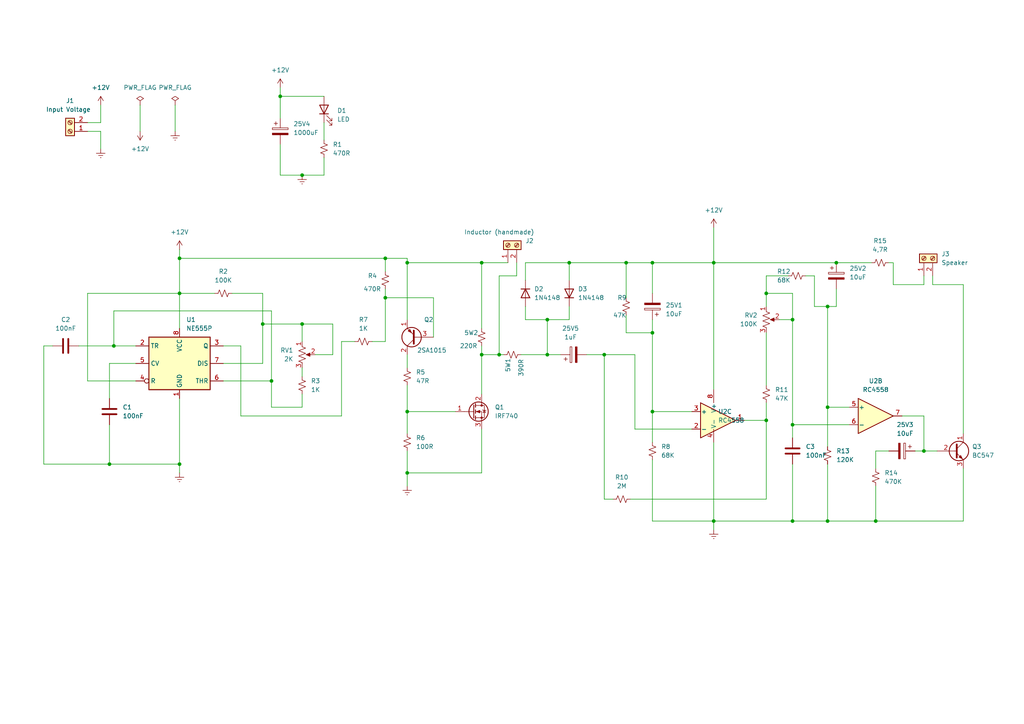
<source format=kicad_sch>
(kicad_sch (version 20230121) (generator eeschema)
  (paper "A4")
  (title_block (title "Metal Detector Module ") (date "18.02.2023") (rev "1.0") (company "by Muxtar_Safarov") (comment 1 "We will fix the inductor by hand and this inductor will 0,4mm diameter 30 turn "))
  (lib_symbols
    (symbol "Amplifier_Operational:RC4558" (pin_names (offset 0.127))
      (property "Reference" "U" (at 0 5.08 0))
      (property "Value" "RC4558" (at 0 -5.08 0))
      (symbol "RC4558_1_1"
        (polyline (pts (xy -5.08 5.08) (xy 5.08 0) (xy -5.08 -5.08) (xy -5.08 5.08)) (stroke (width 0.254)) (fill (type background)))
        (pin output line (at 7.62 0 180) (length 2.54) (name "~") (number "1"))
        (pin input line (at -7.62 -2.54 0) (length 2.54) (name "-") (number "2"))
        (pin input line (at -7.62 2.54 0) (length 2.54) (name "+") (number "3"))
      )
      (symbol "RC4558_2_1"
        (polyline (pts (xy -5.08 5.08) (xy 5.08 0) (xy -5.08 -5.08) (xy -5.08 5.08)) (stroke (width 0.254)) (fill (type background)))
        (pin input line (at -7.62 2.54 0) (length 2.54) (name "+") (number "5"))
        (pin input line (at -7.62 -2.54 0) (length 2.54) (name "-") (number "6"))
        (pin output line (at 7.62 0 180) (length 2.54) (name "~") (number "7"))
      )
      (symbol "RC4558_3_1"
        (pin power_in line (at -2.54 -7.62 90) (length 3.81) (name "V-") (number "4"))
        (pin power_in line (at -2.54 7.62 270) (length 3.81) (name "V+") (number "8"))
      )
    )
    (symbol "Connector:Screw_Terminal_01x02" (pin_names (offset 1.016) hide)
      (property "Reference" "J" (at 0 2.54 0))
      (property "Value" "Screw_Terminal_01x02" (at 0 -5.08 0))
      (symbol "Screw_Terminal_01x02_1_1"
        (rectangle (start -1.27 1.27) (end 1.27 -3.81) (stroke (width 0.254)) (fill (type background)))
        (circle (center 0 -2.54) (radius 0.635) (stroke (width 0.1524)))
        (polyline (pts (xy -0.5334 -2.2098) (xy 0.3302 -3.048)) (stroke (width 0.1524)))
        (polyline (pts (xy -0.5334 0.3302) (xy 0.3302 -0.508)) (stroke (width 0.1524)))
        (polyline (pts (xy -0.3556 -2.032) (xy 0.508 -2.8702)) (stroke (width 0.1524)))
        (polyline (pts (xy -0.3556 0.508) (xy 0.508 -0.3302)) (stroke (width 0.1524)))
        (circle (center 0 0) (radius 0.635) (stroke (width 0.1524)))
        (pin passive line (at -5.08 0 0) (length 3.81) (name "Pin_1") (number "1"))
        (pin passive line (at -5.08 -2.54 0) (length 3.81) (name "Pin_2") (number "2"))
      )
    )
    (symbol "Device:C" (pin_numbers hide) (pin_names (offset 0.254))
      (property "Reference" "C" (at 0.635 2.54 0))
      (property "Value" "C" (at 0.635 -2.54 0))
      (symbol "C_0_1"
        (polyline (pts (xy -2.032 -0.762) (xy 2.032 -0.762)) (stroke (width 0.508)))
        (polyline (pts (xy -2.032 0.762) (xy 2.032 0.762)) (stroke (width 0.508)))
      )
      (symbol "C_1_1"
        (pin passive line (at 0 3.81 270) (length 2.794) (name "~") (number "1"))
        (pin passive line (at 0 -3.81 90) (length 2.794) (name "~") (number "2"))
      )
    )
    (symbol "Device:C_Polarized" (pin_numbers hide) (pin_names (offset 0.254))
      (property "Reference" "C" (at 0.635 2.54 0))
      (property "Value" "C_Polarized" (at 0.635 -2.54 0))
      (symbol "C_Polarized_0_1"
        (rectangle (start -2.286 0.508) (end 2.286 1.016))
        (polyline (pts (xy -1.778 2.286) (xy -0.762 2.286)))
        (polyline (pts (xy -1.27 2.794) (xy -1.27 1.778)))
        (rectangle (start 2.286 -0.508) (end -2.286 -1.016) (fill (type outline)))
      )
      (symbol "C_Polarized_1_1"
        (pin passive line (at 0 3.81 270) (length 2.794) (name "~") (number "1"))
        (pin passive line (at 0 -3.81 90) (length 2.794) (name "~") (number "2"))
      )
    )
    (symbol "Device:LED" (pin_numbers hide) (pin_names (offset 1.016) hide)
      (property "Reference" "D" (at 0 2.54 0))
      (property "Value" "LED" (at 0 -2.54 0))
      (symbol "LED_0_1"
        (polyline (pts (xy -1.27 -1.27) (xy -1.27 1.27)) (stroke (width 0.254)))
        (polyline (pts (xy -1.27 0) (xy 1.27 0)))
        (polyline (pts (xy 1.27 -1.27) (xy 1.27 1.27) (xy -1.27 0) (xy 1.27 -1.27)) (stroke (width 0.254)))
        (polyline (pts (xy -3.048 -0.762) (xy -4.572 -2.286) (xy -3.81 -2.286) (xy -4.572 -2.286) (xy -4.572 -1.524)))
        (polyline (pts (xy -1.778 -0.762) (xy -3.302 -2.286) (xy -2.54 -2.286) (xy -3.302 -2.286) (xy -3.302 -1.524)))
      )
      (symbol "LED_1_1"
        (pin passive line (at -3.81 0 0) (length 2.54) (name "K") (number "1"))
        (pin passive line (at 3.81 0 180) (length 2.54) (name "A") (number "2"))
      )
    )
    (symbol "Device:R_Potentiometer_US" (pin_names (offset 1.016) hide)
      (property "Reference" "RV" (at -4.445 0 90))
      (property "Value" "R_Potentiometer_US" (at -2.54 0 90))
      (symbol "R_Potentiometer_US_0_1"
        (polyline (pts (xy 0 -2.286) (xy 0 -2.54)))
        (polyline (pts (xy 0 2.54) (xy 0 2.286)))
        (polyline (pts (xy 2.54 0) (xy 1.524 0)))
        (polyline (pts (xy 1.143 0) (xy 2.286 0.508) (xy 2.286 -0.508) (xy 1.143 0)) (fill (type outline)))
        (polyline (pts (xy 0 -0.762) (xy 1.016 -1.143) (xy 0 -1.524) (xy -1.016 -1.905) (xy 0 -2.286)))
        (polyline (pts (xy 0 0.762) (xy 1.016 0.381) (xy 0 0) (xy -1.016 -0.381) (xy 0 -0.762)))
        (polyline (pts (xy 0 2.286) (xy 1.016 1.905) (xy 0 1.524) (xy -1.016 1.143) (xy 0 0.762)))
      )
      (symbol "R_Potentiometer_US_1_1"
        (pin passive line (at 0 3.81 270) (length 1.27) (name "1") (number "1"))
        (pin passive line (at 3.81 0 180) (length 1.27) (name "2") (number "2"))
        (pin passive line (at 0 -3.81 90) (length 1.27) (name "3") (number "3"))
      )
    )
    (symbol "Device:R_Small_US" (pin_numbers hide) (pin_names (offset 0.254) hide)
      (property "Reference" "R" (at 0.762 0.508 0))
      (property "Value" "R_Small_US" (at 0.762 -1.016 0))
      (symbol "R_Small_US_1_1"
        (polyline (pts (xy 0 0) (xy 1.016 -0.381) (xy 0 -0.762) (xy -1.016 -1.143) (xy 0 -1.524)))
        (polyline (pts (xy 0 1.524) (xy 1.016 1.143) (xy 0 0.762) (xy -1.016 0.381) (xy 0 0)))
        (pin passive line (at 0 2.54 270) (length 1.016) (name "~") (number "1"))
        (pin passive line (at 0 -2.54 90) (length 1.016) (name "~") (number "2"))
      )
    )
    (symbol "Diode:1N4148" (pin_numbers hide) (pin_names hide)
      (property "Reference" "D" (at 0 2.54 0))
      (property "Value" "1N4148" (at 0 -2.54 0))
      (symbol "1N4148_0_1"
        (polyline (pts (xy -1.27 1.27) (xy -1.27 -1.27)) (stroke (width 0.254)))
        (polyline (pts (xy 1.27 0) (xy -1.27 0)))
        (polyline (pts (xy 1.27 1.27) (xy 1.27 -1.27) (xy -1.27 0) (xy 1.27 1.27)) (stroke (width 0.254)))
      )
      (symbol "1N4148_1_1"
        (pin passive line (at -3.81 0 0) (length 2.54) (name "K") (number "1"))
        (pin passive line (at 3.81 0 180) (length 2.54) (name "A") (number "2"))
      )
    )
    (symbol "Timer:NE555P"
      (property "Reference" "U" (at -10.16 8.89 0))
      (property "Value" "NE555P" (at 2.54 8.89 0))
      (symbol "NE555P_0_0"
        (pin power_in line (at 0 -10.16 90) (length 2.54) (name "GND") (number "1"))
        (pin power_in line (at 0 10.16 270) (length 2.54) (name "VCC") (number "8"))
      )
      (symbol "NE555P_0_1"
        (rectangle (start -8.89 -7.62) (end 8.89 7.62) (stroke (width 0.254)) (fill (type background)))
        (rectangle (start -8.89 -7.62) (end 8.89 7.62) (stroke (width 0.254)) (fill (type background)))
      )
      (symbol "NE555P_1_1"
        (pin input line (at -12.7 5.08 0) (length 3.81) (name "TR") (number "2"))
        (pin output line (at 12.7 5.08 180) (length 3.81) (name "Q") (number "3"))
        (pin input inverted (at -12.7 -5.08 0) (length 3.81) (name "R") (number "4"))
        (pin input line (at -12.7 0 0) (length 3.81) (name "CV") (number "5"))
        (pin input line (at 12.7 -5.08 180) (length 3.81) (name "THR") (number "6"))
        (pin input line (at 12.7 0 180) (length 3.81) (name "DIS") (number "7"))
      )
    )
    (symbol "Transistor_BJT:2SA1015" (pin_names (offset 0) hide)
      (property "Reference" "Q" (at 5.08 1.905 0))
      (property "Value" "2SA1015" (at 5.08 0 0))
      (symbol "2SA1015_0_1"
        (polyline (pts (xy 0 0) (xy 0.635 0)))
        (polyline (pts (xy 2.54 -2.54) (xy 0.635 -0.635)))
        (polyline (pts (xy 2.54 2.54) (xy 0.635 0.635)))
        (polyline (pts (xy 0.635 1.905) (xy 0.635 -1.905) (xy 0.635 -1.905)) (stroke (width 0.508)) (fill (type outline)))
        (polyline (pts (xy 1.778 -2.286) (xy 2.286 -1.778) (xy 1.27 -1.27) (xy 1.778 -2.286) (xy 1.778 -2.286)) (fill (type outline)))
        (circle (center 1.27 0) (radius 2.8194) (stroke (width 0.254)))
      )
      (symbol "2SA1015_1_1"
        (pin passive line (at 2.54 -5.08 90) (length 2.54) (name "E") (number "1"))
        (pin passive line (at 2.54 5.08 270) (length 2.54) (name "C") (number "2"))
        (pin input line (at -5.08 0 0) (length 5.08) (name "B") (number "3"))
      )
    )
    (symbol "Transistor_BJT:BC547" (pin_names (offset 0) hide)
      (property "Reference" "Q" (at 5.08 1.905 0))
      (property "Value" "BC547" (at 5.08 0 0))
      (symbol "BC547_0_1"
        (polyline (pts (xy 0 0) (xy 0.635 0)))
        (polyline (pts (xy 0.635 0.635) (xy 2.54 2.54)))
        (polyline (pts (xy 0.635 -0.635) (xy 2.54 -2.54) (xy 2.54 -2.54)))
        (polyline (pts (xy 0.635 1.905) (xy 0.635 -1.905) (xy 0.635 -1.905)) (stroke (width 0.508)))
        (polyline (pts (xy 1.27 -1.778) (xy 1.778 -1.27) (xy 2.286 -2.286) (xy 1.27 -1.778) (xy 1.27 -1.778)) (fill (type outline)))
        (circle (center 1.27 0) (radius 2.8194) (stroke (width 0.254)))
      )
      (symbol "BC547_1_1"
        (pin passive line (at 2.54 5.08 270) (length 2.54) (name "C") (number "1"))
        (pin input line (at -5.08 0 0) (length 5.08) (name "B") (number "2"))
        (pin passive line (at 2.54 -5.08 90) (length 2.54) (name "E") (number "3"))
      )
    )
    (symbol "Transistor_FET:IRF740" (pin_names hide)
      (property "Reference" "Q" (at 6.35 1.905 0))
      (property "Value" "IRF740" (at 6.35 0 0))
      (symbol "IRF740_0_1"
        (polyline (pts (xy 0.254 0) (xy -2.54 0)))
        (polyline (pts (xy 0.254 1.905) (xy 0.254 -1.905)) (stroke (width 0.254)))
        (polyline (pts (xy 0.762 -1.27) (xy 0.762 -2.286)) (stroke (width 0.254)))
        (polyline (pts (xy 0.762 0.508) (xy 0.762 -0.508)) (stroke (width 0.254)))
        (polyline (pts (xy 0.762 2.286) (xy 0.762 1.27)) (stroke (width 0.254)))
        (polyline (pts (xy 2.54 2.54) (xy 2.54 1.778)))
        (polyline (pts (xy 2.54 -2.54) (xy 2.54 0) (xy 0.762 0)))
        (polyline (pts (xy 0.762 -1.778) (xy 3.302 -1.778) (xy 3.302 1.778) (xy 0.762 1.778)))
        (polyline (pts (xy 1.016 0) (xy 2.032 0.381) (xy 2.032 -0.381) (xy 1.016 0)) (fill (type outline)))
        (polyline (pts (xy 2.794 0.508) (xy 2.921 0.381) (xy 3.683 0.381) (xy 3.81 0.254)))
        (polyline (pts (xy 3.302 0.381) (xy 2.921 -0.254) (xy 3.683 -0.254) (xy 3.302 0.381)))
        (circle (center 1.651 0) (radius 2.794) (stroke (width 0.254)))
        (circle (center 2.54 -1.778) (radius 0.254) (fill (type outline)))
        (circle (center 2.54 1.778) (radius 0.254) (fill (type outline)))
      )
      (symbol "IRF740_1_1"
        (pin input line (at -5.08 0 0) (length 2.54) (name "G") (number "1"))
        (pin passive line (at 2.54 5.08 270) (length 2.54) (name "D") (number "2"))
        (pin passive line (at 2.54 -5.08 90) (length 2.54) (name "S") (number "3"))
      )
    )
    (symbol "power:+12V" (power) (pin_names (offset 0))
      (property "Value" "+12V" (at 0 3.556 0))
      (symbol "+12V_0_1"
        (polyline (pts (xy -0.762 1.27) (xy 0 2.54)))
        (polyline (pts (xy 0 0) (xy 0 2.54)))
        (polyline (pts (xy 0 2.54) (xy 0.762 1.27)))
      )
      (symbol "+12V_1_1"
        (pin power_in line (at 0 0 90) (length 0) hide (name "+12V") (number "1"))
      )
    )
    (symbol "power:Earth" (power) (pin_names (offset 0))
      (symbol "Earth_0_1"
        (polyline (pts (xy -0.635 -1.905) (xy 0.635 -1.905)))
        (polyline (pts (xy -0.127 -2.54) (xy 0.127 -2.54)))
        (polyline (pts (xy 0 -1.27) (xy 0 0)))
        (polyline (pts (xy 1.27 -1.27) (xy -1.27 -1.27)))
      )
      (symbol "Earth_1_1"
        (pin power_in line (at 0 0 270) (length 0) hide (name "Earth") (number "1"))
      )
    )
    (symbol "power:PWR_FLAG" (power) (pin_numbers hide) (pin_names (offset 0) hide)
      (property "Value" "PWR_FLAG" (at 0 3.81 0))
      (symbol "PWR_FLAG_0_0"
        (pin power_out line (at 0 0 90) (length 0) (name "pwr") (number "1"))
      )
      (symbol "PWR_FLAG_0_1"
        (polyline (pts (xy 0 0) (xy 0 1.27) (xy -1.016 1.905) (xy 0 2.54) (xy 1.016 1.905) (xy 0 1.27)))
      )
    )
  )
  (junction (at 31.75 134.62))
  (junction (at 33.02 100.33))
  (junction (at 139.7 76.2))
  (junction (at 222.25 121.92))
  (junction (at 158.75 92.71))
  (junction (at 267.97 130.81))
  (junction (at 52.07 85.09))
  (junction (at 240.03 151.13))
  (junction (at 189.23 119.38))
  (junction (at 87.63 93.98))
  (junction (at 240.03 88.9))
  (junction (at 207.01 151.13))
  (junction (at 111.76 74.93))
  (junction (at 78.74 110.49))
  (junction (at 254 151.13))
  (junction (at 181.61 76.2))
  (junction (at 52.07 134.62))
  (junction (at 87.63 50.8))
  (junction (at 158.75 102.87))
  (junction (at 52.07 74.93))
  (junction (at 118.11 76.2))
  (junction (at 81.28 27.94))
  (junction (at 118.11 119.38))
  (junction (at 240.03 118.11))
  (junction (at 118.11 137.16))
  (junction (at 189.23 96.52))
  (junction (at 76.2 93.98))
  (junction (at 229.87 151.13))
  (junction (at 229.87 123.19))
  (junction (at 189.23 76.2))
  (junction (at 207.01 76.2))
  (junction (at 175.26 102.87))
  (junction (at 111.76 86.36))
  (junction (at 222.25 85.09))
  (junction (at 242.57 76.2))
  (junction (at 165.1 76.2))
  (junction (at 144.78 102.87))
  (junction (at 139.7 102.87))
  (junction (at 229.87 92.71))
  (wire (pts (xy 207.01 113.03) (xy 207.01 76.2)))
  (wire (pts (xy 139.7 76.2) (xy 118.11 76.2)))
  (wire (pts (xy 81.28 50.8) (xy 87.63 50.8)))
  (wire (pts (xy 31.75 105.41) (xy 31.75 115.57)))
  (wire (pts (xy 81.28 27.94) (xy 81.28 34.29)))
  (wire (pts (xy 125.73 86.36) (xy 111.76 86.36)))
  (wire (pts (xy 39.37 105.41) (xy 31.75 105.41)))
  (wire (pts (xy 222.25 96.52) (xy 222.25 111.76)))
  (wire (pts (xy 229.87 85.09) (xy 222.25 85.09)))
  (wire (pts (xy 111.76 74.93) (xy 111.76 78.74)))
  (wire (pts (xy 144.78 102.87) (xy 146.05 102.87)))
  (wire (pts (xy 25.4 38.1) (xy 29.21 38.1)))
  (wire (pts (xy 139.7 102.87) (xy 144.78 102.87)))
  (wire (pts (xy 189.23 96.52) (xy 189.23 119.38)))
  (wire (pts (xy 240.03 118.11) (xy 240.03 88.9)))
  (wire (pts (xy 181.61 76.2) (xy 181.61 86.36)))
  (wire (pts (xy 149.86 80.01) (xy 144.78 80.01)))
  (wire (pts (xy 207.01 128.27) (xy 207.01 151.13)))
  (wire (pts (xy 118.11 102.87) (xy 118.11 106.68)))
  (wire (pts (xy 177.8 144.78) (xy 175.26 144.78)))
  (wire (pts (xy 158.75 92.71) (xy 165.1 92.71)))
  (wire (pts (xy 111.76 99.06) (xy 111.76 86.36)))
  (wire (pts (xy 96.52 102.87) (xy 96.52 93.98)))
  (wire (pts (xy 78.74 90.17) (xy 78.74 110.49)))
  (wire (pts (xy 222.25 85.09) (xy 222.25 88.9)))
  (wire (pts (xy 207.01 66.04) (xy 207.01 76.2)))
  (wire (pts (xy 236.22 88.9) (xy 240.03 88.9)))
  (wire (pts (xy 52.07 85.09) (xy 52.07 95.25)))
  (wire (pts (xy 165.1 81.28) (xy 165.1 76.2)))
  (wire (pts (xy 111.76 74.93) (xy 52.07 74.93)))
  (wire (pts (xy 267.97 120.65) (xy 267.97 130.81)))
  (wire (pts (xy 144.78 80.01) (xy 144.78 102.87)))
  (wire (pts (xy 267.97 80.01) (xy 267.97 82.55)))
  (wire (pts (xy 52.07 74.93) (xy 52.07 85.09)))
  (wire (pts (xy 118.11 111.76) (xy 118.11 119.38)))
  (wire (pts (xy 39.37 110.49) (xy 25.4 110.49)))
  (wire (pts (xy 200.66 124.46) (xy 184.15 124.46)))
  (wire (pts (xy 189.23 76.2) (xy 181.61 76.2)))
  (wire (pts (xy 99.06 120.65) (xy 69.85 120.65)))
  (wire (pts (xy 181.61 76.2) (xy 165.1 76.2)))
  (wire (pts (xy 33.02 90.17) (xy 78.74 90.17)))
  (wire (pts (xy 12.7 100.33) (xy 12.7 134.62)))
  (wire (pts (xy 33.02 100.33) (xy 33.02 90.17)))
  (wire (pts (xy 93.98 35.56) (xy 93.98 40.64)))
  (wire (pts (xy 236.22 80.01) (xy 236.22 88.9)))
  (wire (pts (xy 200.66 119.38) (xy 189.23 119.38)))
  (wire (pts (xy 240.03 118.11) (xy 240.03 129.54)))
  (wire (pts (xy 240.03 151.13) (xy 229.87 151.13)))
  (wire (pts (xy 87.63 106.68) (xy 87.63 109.22)))
  (wire (pts (xy 165.1 92.71) (xy 165.1 88.9)))
  (wire (pts (xy 149.86 76.2) (xy 149.86 80.01)))
  (wire (pts (xy 158.75 102.87) (xy 158.75 92.71)))
  (wire (pts (xy 222.25 116.84) (xy 222.25 121.92)))
  (wire (pts (xy 229.87 123.19) (xy 229.87 127)))
  (wire (pts (xy 81.28 25.4) (xy 81.28 27.94)))
  (wire (pts (xy 152.4 76.2) (xy 165.1 76.2)))
  (wire (pts (xy 87.63 99.06) (xy 87.63 93.98)))
  (wire (pts (xy 99.06 99.06) (xy 99.06 120.65)))
  (wire (pts (xy 267.97 130.81) (xy 265.43 130.81)))
  (wire (pts (xy 76.2 93.98) (xy 76.2 105.41)))
  (wire (pts (xy 152.4 92.71) (xy 158.75 92.71)))
  (wire (pts (xy 254 140.97) (xy 254 151.13)))
  (wire (pts (xy 67.31 85.09) (xy 76.2 85.09)))
  (wire (pts (xy 118.11 92.71) (xy 118.11 76.2)))
  (wire (pts (xy 189.23 133.35) (xy 189.23 151.13)))
  (wire (pts (xy 181.61 96.52) (xy 189.23 96.52)))
  (wire (pts (xy 189.23 119.38) (xy 189.23 128.27)))
  (wire (pts (xy 242.57 88.9) (xy 242.57 83.82)))
  (wire (pts (xy 69.85 120.65) (xy 69.85 100.33)))
  (wire (pts (xy 242.57 76.2) (xy 252.73 76.2)))
  (wire (pts (xy 152.4 81.28) (xy 152.4 76.2)))
  (wire (pts (xy 151.13 102.87) (xy 158.75 102.87)))
  (wire (pts (xy 233.68 80.01) (xy 236.22 80.01)))
  (wire (pts (xy 229.87 92.71) (xy 229.87 85.09)))
  (wire (pts (xy 25.4 110.49) (xy 25.4 85.09)))
  (wire (pts (xy 81.28 41.91) (xy 81.28 50.8)))
  (wire (pts (xy 78.74 118.11) (xy 78.74 110.49)))
  (wire (pts (xy 254 151.13) (xy 240.03 151.13)))
  (wire (pts (xy 87.63 118.11) (xy 78.74 118.11)))
  (wire (pts (xy 29.21 30.48) (xy 29.21 35.56)))
  (wire (pts (xy 175.26 102.87) (xy 184.15 102.87)))
  (wire (pts (xy 158.75 102.87) (xy 162.56 102.87)))
  (wire (pts (xy 40.64 30.48) (xy 40.64 38.1)))
  (wire (pts (xy 279.4 82.55) (xy 279.4 125.73)))
  (wire (pts (xy 240.03 88.9) (xy 242.57 88.9)))
  (wire (pts (xy 52.07 115.57) (xy 52.07 134.62)))
  (wire (pts (xy 52.07 85.09) (xy 62.23 85.09)))
  (wire (pts (xy 107.95 99.06) (xy 111.76 99.06)))
  (wire (pts (xy 118.11 74.93) (xy 111.76 74.93)))
  (wire (pts (xy 229.87 134.62) (xy 229.87 151.13)))
  (wire (pts (xy 111.76 83.82) (xy 111.76 86.36)))
  (wire (pts (xy 93.98 50.8) (xy 87.63 50.8)))
  (wire (pts (xy 189.23 151.13) (xy 207.01 151.13)))
  (wire (pts (xy 52.07 72.39) (xy 52.07 74.93)))
  (wire (pts (xy 222.25 121.92) (xy 215.9 121.92)))
  (wire (pts (xy 279.4 151.13) (xy 254 151.13)))
  (wire (pts (xy 91.44 102.87) (xy 96.52 102.87)))
  (wire (pts (xy 226.06 92.71) (xy 229.87 92.71)))
  (wire (pts (xy 118.11 130.81) (xy 118.11 137.16)))
  (wire (pts (xy 96.52 93.98) (xy 87.63 93.98)))
  (wire (pts (xy 189.23 85.09) (xy 189.23 76.2)))
  (wire (pts (xy 175.26 144.78) (xy 175.26 102.87)))
  (wire (pts (xy 207.01 76.2) (xy 189.23 76.2)))
  (wire (pts (xy 189.23 92.71) (xy 189.23 96.52)))
  (wire (pts (xy 29.21 38.1) (xy 29.21 43.18)))
  (wire (pts (xy 12.7 134.62) (xy 31.75 134.62)))
  (wire (pts (xy 182.88 144.78) (xy 222.25 144.78)))
  (wire (pts (xy 152.4 88.9) (xy 152.4 92.71)))
  (wire (pts (xy 29.21 35.56) (xy 25.4 35.56)))
  (wire (pts (xy 118.11 76.2) (xy 118.11 74.93)))
  (wire (pts (xy 184.15 124.46) (xy 184.15 102.87)))
  (wire (pts (xy 207.01 153.67) (xy 207.01 151.13)))
  (wire (pts (xy 12.7 100.33) (xy 15.24 100.33)))
  (wire (pts (xy 139.7 137.16) (xy 118.11 137.16)))
  (wire (pts (xy 254 130.81) (xy 254 135.89)))
  (wire (pts (xy 31.75 123.19) (xy 31.75 134.62)))
  (wire (pts (xy 270.51 80.01) (xy 270.51 82.55)))
  (wire (pts (xy 50.8 30.48) (xy 50.8 38.1)))
  (wire (pts (xy 76.2 85.09) (xy 76.2 93.98)))
  (wire (pts (xy 170.18 102.87) (xy 175.26 102.87)))
  (wire (pts (xy 222.25 144.78) (xy 222.25 121.92)))
  (wire (pts (xy 229.87 92.71) (xy 229.87 123.19)))
  (wire (pts (xy 93.98 27.94) (xy 81.28 27.94)))
  (wire (pts (xy 132.08 119.38) (xy 118.11 119.38)))
  (wire (pts (xy 22.86 100.33) (xy 33.02 100.33)))
  (wire (pts (xy 181.61 91.44) (xy 181.61 96.52)))
  (wire (pts (xy 93.98 45.72) (xy 93.98 50.8)))
  (wire (pts (xy 139.7 95.25) (xy 139.7 76.2)))
  (wire (pts (xy 229.87 151.13) (xy 207.01 151.13)))
  (wire (pts (xy 261.62 120.65) (xy 267.97 120.65)))
  (wire (pts (xy 270.51 82.55) (xy 279.4 82.55)))
  (wire (pts (xy 259.08 82.55) (xy 259.08 76.2)))
  (wire (pts (xy 240.03 134.62) (xy 240.03 151.13)))
  (wire (pts (xy 267.97 130.81) (xy 271.78 130.81)))
  (wire (pts (xy 78.74 110.49) (xy 64.77 110.49)))
  (wire (pts (xy 118.11 119.38) (xy 118.11 125.73)))
  (wire (pts (xy 31.75 134.62) (xy 52.07 134.62)))
  (wire (pts (xy 76.2 105.41) (xy 64.77 105.41)))
  (wire (pts (xy 39.37 100.33) (xy 33.02 100.33)))
  (wire (pts (xy 139.7 102.87) (xy 139.7 114.3)))
  (wire (pts (xy 229.87 123.19) (xy 246.38 123.19)))
  (wire (pts (xy 87.63 93.98) (xy 76.2 93.98)))
  (wire (pts (xy 125.73 97.79) (xy 125.73 86.36)))
  (wire (pts (xy 139.7 124.46) (xy 139.7 137.16)))
  (wire (pts (xy 25.4 85.09) (xy 52.07 85.09)))
  (wire (pts (xy 267.97 82.55) (xy 259.08 82.55)))
  (wire (pts (xy 228.6 80.01) (xy 222.25 80.01)))
  (wire (pts (xy 279.4 135.89) (xy 279.4 151.13)))
  (wire (pts (xy 52.07 137.16) (xy 52.07 134.62)))
  (wire (pts (xy 222.25 80.01) (xy 222.25 85.09)))
  (wire (pts (xy 246.38 118.11) (xy 240.03 118.11)))
  (wire (pts (xy 118.11 137.16) (xy 118.11 140.97)))
  (wire (pts (xy 102.87 99.06) (xy 99.06 99.06)))
  (wire (pts (xy 207.01 76.2) (xy 242.57 76.2)))
  (wire (pts (xy 139.7 76.2) (xy 147.32 76.2)))
  (wire (pts (xy 139.7 100.33) (xy 139.7 102.87)))
  (wire (pts (xy 259.08 76.2) (xy 257.81 76.2)))
  (wire (pts (xy 69.85 100.33) (xy 64.77 100.33)))
  (wire (pts (xy 87.63 114.3) (xy 87.63 118.11)))
  (wire (pts (xy 257.81 130.81) (xy 254 130.81)))
  (symbol (lib_id "power:Earth") (at 207.01 153.67 0) (unit 1)
    (property "Reference" "#PWR010" (effects hide))
    (property "Value" "Earth" (effects hide))
  )
  (symbol (lib_id "Device:C_Polarized") (at 166.37 102.87 90) (unit 1)
    (property "Reference" "25V5" (at 165.481 95.25 90))
    (property "Value" "1uF" (at 165.481 97.79 90))
    (property "Footprint" "Capacitor_THT:CP_Radial_D10.0mm_P7.50mm" (effects hide))
  )
  (symbol (lib_id "Device:R_Small_US") (at 111.76 81.28 180) (unit 1)
    (property "Reference" "R4" (at 106.68 80.01 0) (effects (justify right)))
    (property "Value" "470R" (at 105.41 83.82 0) (effects (justify right)))
    (property "Footprint" "Resistor_THT:R_Axial_DIN0207_L6.3mm_D2.5mm_P15.24mm_Horizontal" (effects hide))
  )
  (symbol (lib_id "Device:R_Small_US") (at 240.03 132.08 180) (unit 1)
    (property "Reference" "R13" (at 242.57 130.81 0) (effects (justify right)))
    (property "Value" "120K" (at 242.57 133.35 0) (effects (justify right)))
    (property "Footprint" "Resistor_THT:R_Axial_DIN0207_L6.3mm_D2.5mm_P15.24mm_Horizontal" (effects hide))
  )
  (symbol (lib_id "Transistor_BJT:BC547") (at 276.86 130.81 0) (unit 1)
    (property "Reference" "Q3" (at 281.94 129.54 0) (effects (justify left)))
    (property "Value" "BC547" (at 281.94 132.08 0) (effects (justify left)))
    (property "Footprint" "Package_TO_SOT_THT:TO-92_Inline" (effects hide))
    (property "Datasheet" "https://www.onsemi.com/pub/Collateral/BC550-D.pdf" (effects hide))
  )
  (symbol (lib_id "Device:C") (at 31.75 119.38 0) (unit 1)
    (property "Reference" "C1" (at 35.56 118.11 0) (effects (justify left)))
    (property "Value" "100nF" (at 35.56 120.65 0) (effects (justify left)))
    (property "Footprint" "Capacitor_THT:C_Disc_D7.5mm_W5.0mm_P7.50mm" (effects hide))
  )
  (symbol (lib_id "Device:R_Small_US") (at 105.41 99.06 90) (unit 1)
    (property "Reference" "R7" (at 105.41 92.71 90))
    (property "Value" "1K" (at 105.41 95.25 90))
    (property "Footprint" "Resistor_THT:R_Axial_DIN0207_L6.3mm_D2.5mm_P15.24mm_Horizontal" (effects hide))
  )
  (symbol (lib_id "Device:R_Small_US") (at 87.63 111.76 0) (unit 1)
    (property "Reference" "R3" (at 90.17 110.49 0) (effects (justify left)))
    (property "Value" "1K" (at 90.17 113.03 0) (effects (justify left)))
    (property "Footprint" "Resistor_THT:R_Axial_DIN0207_L6.3mm_D2.5mm_P15.24mm_Horizontal" (effects hide))
  )
  (symbol (lib_id "power:+12V") (at 81.28 25.4 0) (unit 1)
    (property "Reference" "#PWR07" (effects hide))
    (property "Value" "+12V" (at 81.28 20.32 0))
  )
  (symbol (lib_id "power:Earth") (at 50.8 38.1 0) (unit 1)
    (property "Reference" "#PWR04" (effects hide))
    (property "Value" "Earth" (effects hide))
  )
  (symbol (lib_id "power:+12V") (at 207.01 66.04 0) (unit 1)
    (property "Reference" "#PWR011" (effects hide))
    (property "Value" "+12V" (at 207.01 60.96 0))
  )
  (symbol (lib_id "Device:R_Small_US") (at 148.59 102.87 270) (unit 1)
    (property "Reference" "5W1" (at 147.32 107.95 0) (effects (justify right)))
    (property "Value" "390R" (at 151.13 109.22 0) (effects (justify right)))
    (property "Footprint" "Resistor_THT:R_Axial_Power_L20.0mm_W6.4mm_P25.40mm" (effects hide))
  )
  (symbol (lib_id "Device:R_Small_US") (at 93.98 43.18 180) (unit 1)
    (property "Reference" "R1" (at 96.52 41.91 0) (effects (justify right)))
    (property "Value" "470R" (at 96.52 44.45 0) (effects (justify right)))
    (property "Footprint" "Resistor_THT:R_Axial_DIN0207_L6.3mm_D2.5mm_P15.24mm_Horizontal" (effects hide))
  )
  (symbol (lib_id "Device:R_Potentiometer_US") (at 222.25 92.71 0) (unit 1)
    (property "Reference" "RV2" (at 219.71 91.44 0) (effects (justify right)))
    (property "Value" "100K" (at 219.71 93.98 0) (effects (justify right)))
    (property "Footprint" "Potentiometer_THT:Potentiometer_Vishay_148-149_Single_Horizontal" (effects hide))
  )
  (symbol (lib_id "Device:R_Small_US") (at 64.77 85.09 90) (unit 1)
    (property "Reference" "R2" (at 64.77 78.74 90))
    (property "Value" "100K" (at 64.77 81.28 90))
    (property "Footprint" "Resistor_THT:R_Axial_DIN0207_L6.3mm_D2.5mm_P15.24mm_Horizontal" (effects hide))
  )
  (symbol (lib_id "Device:C_Polarized") (at 189.23 88.9 180) (unit 1)
    (property "Reference" "25V1" (at 193.04 88.519 0) (effects (justify right)))
    (property "Value" "10uF" (at 193.04 91.059 0) (effects (justify right)))
    (property "Footprint" "Capacitor_THT:CP_Radial_D16.0mm_P7.50mm" (effects hide))
  )
  (symbol (lib_id "Connector:Screw_Terminal_01x02") (at 147.32 71.12 90) (unit 1)
    (property "Reference" "J2" (at 152.4 69.85 90) (effects (justify right)))
    (property "Value" "Inductor (handmade)" (at 134.62 67.31 90) (effects (justify right)))
    (property "Footprint" "TerminalBlock:TerminalBlock_bornier-2_P5.08mm" (effects hide))
  )
  (symbol (lib_id "Diode:1N4148") (at 165.1 85.09 90) (unit 1)
    (property "Reference" "D3" (at 167.64 83.82 90) (effects (justify right)))
    (property "Value" "1N4148" (at 167.64 86.36 90) (effects (justify right)))
    (property "Footprint" "Diode_THT:D_DO-35_SOD27_P7.62mm_Horizontal" (effects hide))
    (property "Datasheet" "https://assets.nexperia.com/documents/data-sheet/1N4148_1N4448.pdf" (effects hide))
    (property "Sim.Device" "D" (effects hide))
    (property "Sim.Pins" "1=K 2=A" (effects hide))
  )
  (symbol (lib_id "Device:R_Small_US") (at 139.7 97.79 180) (unit 1)
    (property "Reference" "5W2" (at 134.62 96.52 0) (effects (justify right)))
    (property "Value" "220R" (at 133.35 100.33 0) (effects (justify right)))
    (property "Footprint" "Resistor_THT:R_Axial_Power_L20.0mm_W6.4mm_P25.40mm" (effects hide))
  )
  (symbol (lib_id "Diode:1N4148") (at 152.4 85.09 270) (unit 1)
    (property "Reference" "D2" (at 154.94 83.82 90) (effects (justify left)))
    (property "Value" "1N4148" (at 154.94 86.36 90) (effects (justify left)))
    (property "Footprint" "Diode_THT:D_DO-35_SOD27_P7.62mm_Horizontal" (effects hide))
    (property "Datasheet" "https://assets.nexperia.com/documents/data-sheet/1N4148_1N4448.pdf" (effects hide))
    (property "Sim.Device" "D" (effects hide))
    (property "Sim.Pins" "1=K 2=A" (effects hide))
  )
  (symbol (lib_id "power:Earth") (at 118.11 140.97 0) (unit 1)
    (property "Reference" "#PWR09" (effects hide))
    (property "Value" "Earth" (effects hide))
  )
  (symbol (lib_id "Device:C_Polarized") (at 242.57 80.01 0) (unit 1)
    (property "Reference" "25V2" (at 246.38 77.851 0) (effects (justify left)))
    (property "Value" "10uF" (at 246.38 80.391 0) (effects (justify left)))
    (property "Footprint" "Capacitor_THT:CP_Radial_D16.0mm_P7.50mm" (effects hide))
  )
  (symbol (lib_id "Transistor_FET:IRF740") (at 137.16 119.38 0) (unit 1)
    (property "Reference" "Q1" (at 143.51 118.11 0) (effects (justify left)))
    (property "Value" "IRF740" (at 143.51 120.65 0) (effects (justify left)))
    (property "Footprint" "Package_TO_SOT_THT:TO-220-3_Vertical" (effects hide))
    (property "Datasheet" "http://www.vishay.com/docs/91054/91054.pdf" (effects hide))
  )
  (symbol (lib_id "Device:C") (at 19.05 100.33 90) (unit 1)
    (property "Reference" "C2" (at 19.05 92.71 90))
    (property "Value" "100nF" (at 19.05 95.25 90))
    (property "Footprint" "Capacitor_THT:C_Disc_D7.5mm_W5.0mm_P7.50mm" (effects hide))
  )
  (symbol (lib_id "Connector:Screw_Terminal_01x02") (at 267.97 74.93 90) (unit 1)
    (property "Reference" "J3" (at 273.05 73.66 90) (effects (justify right)))
    (property "Value" "Speaker" (at 273.05 76.2 90) (effects (justify right)))
    (property "Footprint" "TerminalBlock:TerminalBlock_bornier-2_P5.08mm" (effects hide))
  )
  (symbol (lib_id "Device:C_Polarized") (at 261.62 130.81 270) (unit 1)
    (property "Reference" "25V3" (at 262.509 123.19 90))
    (property "Value" "10uF" (at 262.509 125.73 90))
    (property "Footprint" "Capacitor_THT:CP_Radial_D16.0mm_P7.50mm" (effects hide))
  )
  (symbol (lib_id "power:Earth") (at 29.21 43.18 0) (unit 1)
    (property "Reference" "#PWR02" (effects hide))
    (property "Value" "Earth" (effects hide))
  )
  (symbol (lib_id "power:Earth") (at 87.63 50.8 0) (unit 1)
    (property "Reference" "#PWR08" (effects hide))
    (property "Value" "Earth" (effects hide))
  )
  (symbol (lib_id "Amplifier_Operational:RC4558") (at 209.55 120.65 0) (unit 3)
    (property "Reference" "U2" (at 208.28 119.38 0) (effects (justify left)))
    (property "Value" "RC4558" (at 208.28 121.92 0) (effects (justify left)))
    (property "Footprint" "Package_DIP:DIP-8_W7.62mm" (effects hide))
    (property "Datasheet" "http://www.ti.com/lit/ds/symlink/rc4558.pdf" (effects hide))
  )
  (symbol (lib_id "Device:R_Small_US") (at 180.34 144.78 270) (unit 1)
    (property "Reference" "R10" (at 180.34 138.43 90))
    (property "Value" "2M" (at 180.34 140.97 90))
    (property "Footprint" "Resistor_THT:R_Axial_DIN0207_L6.3mm_D2.5mm_P15.24mm_Horizontal" (effects hide))
  )
  (symbol (lib_id "Timer:NE555P") (at 52.07 105.41 0) (unit 1)
    (property "Reference" "U1" (at 54.0259 92.71 0) (effects (justify left)))
    (property "Value" "NE555P" (at 54.0259 95.25 0) (effects (justify left)))
    (property "Footprint" "Package_DIP:DIP-8_W7.62mm" (effects hide))
    (property "Datasheet" "http://www.ti.com/lit/ds/symlink/ne555.pdf" (effects hide))
  )
  (symbol (lib_id "Connector:Screw_Terminal_01x02") (at 20.32 38.1 180) (unit 1)
    (property "Reference" "J1" (at 20.32 29.21 0))
    (property "Value" "Input Voltage " (at 20.32 31.75 0))
    (property "Footprint" "TerminalBlock:TerminalBlock_bornier-2_P5.08mm" (effects hide))
  )
  (symbol (lib_id "power:PWR_FLAG") (at 50.8 30.48 0) (unit 1)
    (property "Reference" "#FLG02" (effects hide))
    (property "Value" "PWR_FLAG" (at 50.8 25.4 0))
  )
  (symbol (lib_id "Device:R_Small_US") (at 222.25 114.3 180) (unit 1)
    (property "Reference" "R11" (at 224.79 113.03 0) (effects (justify right)))
    (property "Value" "47K" (at 224.79 115.57 0) (effects (justify right)))
    (property "Footprint" "Resistor_THT:R_Axial_DIN0207_L6.3mm_D2.5mm_P15.24mm_Horizontal" (effects hide))
  )
  (symbol (lib_id "Amplifier_Operational:RC4558") (at 254 120.65 0) (unit 2)
    (property "Reference" "U2" (at 254 110.49 0))
    (property "Value" "RC4558" (at 254 113.03 0))
    (property "Footprint" "Package_DIP:DIP-8_W7.62mm" (effects hide))
    (property "Datasheet" "http://www.ti.com/lit/ds/symlink/rc4558.pdf" (effects hide))
  )
  (symbol (lib_id "Device:C_Polarized") (at 81.28 38.1 0) (unit 1)
    (property "Reference" "25V4" (at 85.09 35.941 0) (effects (justify left)))
    (property "Value" "1000uF" (at 85.09 38.481 0) (effects (justify left)))
    (property "Footprint" "Capacitor_THT:CP_Radial_D10.0mm_P7.50mm" (effects hide))
  )
  (symbol (lib_id "power:+12V") (at 52.07 72.39 0) (unit 1)
    (property "Reference" "#PWR05" (effects hide))
    (property "Value" "+12V" (at 52.07 67.31 0))
  )
  (symbol (lib_id "power:PWR_FLAG") (at 40.64 30.48 0) (unit 1)
    (property "Reference" "#FLG01" (effects hide))
    (property "Value" "PWR_FLAG" (at 40.64 25.4 0))
  )
  (symbol (lib_id "Transistor_BJT:2SA1015") (at 120.65 97.79 180) (unit 1)
    (property "Reference" "Q2" (at 125.73 92.71 0) (effects (justify left)))
    (property "Value" "2SA1015" (at 129.54 101.6 0) (effects (justify left)))
    (property "Footprint" "Package_TO_SOT_THT:TO-92_Inline" (effects hide))
    (property "Datasheet" "http://www.datasheetcatalog.org/datasheet/toshiba/905.pdf" (effects hide))
  )
  (symbol (lib_id "Device:R_Small_US") (at 118.11 109.22 180) (unit 1)
    (property "Reference" "R5" (at 120.65 107.95 0) (effects (justify right)))
    (property "Value" "47R" (at 120.65 110.49 0) (effects (justify right)))
    (property "Footprint" "Resistor_THT:R_Axial_DIN0207_L6.3mm_D2.5mm_P15.24mm_Horizontal" (effects hide))
  )
  (symbol (lib_id "Device:LED") (at 93.98 31.75 90) (unit 1)
    (property "Reference" "D1" (at 97.79 32.0675 90) (effects (justify right)))
    (property "Value" "LED" (at 97.79 34.6075 90) (effects (justify right)))
    (property "Footprint" "LED_THT:LED_D5.0mm" (effects hide))
  )
  (symbol (lib_id "Device:R_Small_US") (at 118.11 128.27 180) (unit 1)
    (property "Reference" "R6" (at 120.65 127 0) (effects (justify right)))
    (property "Value" "100R" (at 120.65 129.54 0) (effects (justify right)))
    (property "Footprint" "Resistor_THT:R_Axial_DIN0207_L6.3mm_D2.5mm_P15.24mm_Horizontal" (effects hide))
  )
  (symbol (lib_id "Device:R_Potentiometer_US") (at 87.63 102.87 0) (unit 1)
    (property "Reference" "RV1" (at 85.09 101.6 0) (effects (justify right)))
    (property "Value" "2K" (at 85.09 104.14 0) (effects (justify right)))
    (property "Footprint" "Potentiometer_THT:Potentiometer_Vishay_148-149_Single_Horizontal" (effects hide))
  )
  (symbol (lib_id "Device:R_Small_US") (at 255.27 76.2 270) (unit 1)
    (property "Reference" "R15" (at 255.27 69.85 90))
    (property "Value" "4,7R" (at 255.27 72.39 90))
    (property "Footprint" "Resistor_THT:R_Axial_DIN0207_L6.3mm_D2.5mm_P15.24mm_Horizontal" (effects hide))
  )
  (symbol (lib_id "power:Earth") (at 52.07 137.16 0) (unit 1)
    (property "Reference" "#PWR06" (effects hide))
    (property "Value" "Earth" (effects hide))
  )
  (symbol (lib_id "Device:R_Small_US") (at 189.23 130.81 180) (unit 1)
    (property "Reference" "R8" (at 191.77 129.54 0) (effects (justify right)))
    (property "Value" "68K" (at 191.77 132.08 0) (effects (justify right)))
    (property "Footprint" "Resistor_THT:R_Axial_DIN0207_L6.3mm_D2.5mm_P15.24mm_Horizontal" (effects hide))
  )
  (symbol (lib_id "power:+12V") (at 40.64 38.1 180) (unit 1)
    (property "Reference" "#PWR03" (effects hide))
    (property "Value" "+12V" (at 40.64 43.18 0))
  )
  (symbol (lib_id "power:+12V") (at 29.21 30.48 0) (unit 1)
    (property "Reference" "#PWR01" (effects hide))
    (property "Value" "+12V" (at 29.21 25.4 0))
  )
  (symbol (lib_id "Device:R_Small_US") (at 181.61 88.9 180) (unit 1)
    (property "Reference" "R9" (at 179.07 86.36 0) (effects (justify right)))
    (property "Value" "47K" (at 177.8 91.44 0) (effects (justify right)))
    (property "Footprint" "Resistor_THT:R_Axial_DIN0207_L6.3mm_D2.5mm_P15.24mm_Horizontal" (effects hide))
  )
  (symbol (lib_id "Device:C") (at 229.87 130.81 180) (unit 1)
    (property "Reference" "C3" (at 233.68 129.54 0) (effects (justify right)))
    (property "Value" "100nF" (at 233.68 132.08 0) (effects (justify right)))
    (property "Footprint" "Capacitor_THT:C_Disc_D7.5mm_W5.0mm_P7.50mm" (effects hide))
  )
  (symbol (lib_id "Device:R_Small_US") (at 254 138.43 180) (unit 1)
    (property "Reference" "R14" (at 256.54 137.16 0) (effects (justify right)))
    (property "Value" "470K" (at 256.54 139.7 0) (effects (justify right)))
    (property "Footprint" "Resistor_THT:R_Axial_DIN0207_L6.3mm_D2.5mm_P15.24mm_Horizontal" (effects hide))
  )
  (symbol (lib_id "Amplifier_Operational:RC4558") (at 208.28 121.92 0) (unit 1)
    (property "Reference" "U2" (effects hide))
    (property "Value" "RC4558" (effects hide))
    (property "Footprint" "Package_DIP:DIP-8_W7.62mm" (effects hide))
    (property "Datasheet" "http://www.ti.com/lit/ds/symlink/rc4558.pdf" (effects hide))
  )
  (symbol (lib_id "Device:R_Small_US") (at 231.14 80.01 270) (unit 1)
    (property "Reference" "R12" (at 227.33 78.74 90))
    (property "Value" "68K" (at 227.33 81.28 90))
    (property "Footprint" "Resistor_THT:R_Axial_DIN0207_L6.3mm_D2.5mm_P15.24mm_Horizontal" (effects hide))
  )
)
</source>
